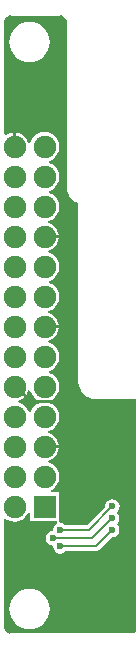
<source format=gtl>
G04*
G04 #@! TF.GenerationSoftware,Altium Limited,Altium Designer,20.2.7 (254)*
G04*
G04 Layer_Physical_Order=1*
G04 Layer_Color=255*
%FSLAX44Y44*%
%MOMM*%
G71*
G04*
G04 #@! TF.SameCoordinates,A9EDBE35-11DE-427E-9D3E-92A449E16AAC*
G04*
G04*
G04 #@! TF.FilePolarity,Positive*
G04*
G01*
G75*
%ADD10C,0.1500*%
%ADD18C,0.2500*%
%ADD19C,1.9000*%
%ADD20R,1.9000X1.9000*%
%ADD21C,0.6000*%
G36*
X25522Y208937D02*
X26781Y205896D01*
X28785Y203285D01*
X31396Y201281D01*
X33737Y200312D01*
Y198688D01*
X31396Y197719D01*
X28785Y195715D01*
X26781Y193104D01*
X25812Y190763D01*
X24188D01*
X23219Y193104D01*
X21215Y195715D01*
X18604Y197719D01*
X15563Y198978D01*
X15443Y200470D01*
X18372Y201683D01*
X20887Y203613D01*
X22817Y206128D01*
X24030Y209057D01*
X25522Y208937D01*
D02*
G37*
G36*
X8634Y526703D02*
X10000Y526431D01*
X50000D01*
X51366Y526703D01*
X51484Y526782D01*
X52025Y526675D01*
X53288Y526151D01*
X54425Y525392D01*
X55392Y524425D01*
X56151Y523288D01*
X56675Y522025D01*
X56782Y521484D01*
X56703Y521366D01*
X56431Y520000D01*
Y380000D01*
X56703Y378634D01*
X57135Y377988D01*
X57431Y376500D01*
X57546Y376222D01*
X57605Y375927D01*
X58355Y374116D01*
X58522Y373865D01*
X58638Y373587D01*
X59727Y371957D01*
X59940Y371744D01*
X60107Y371493D01*
X61493Y370107D01*
X61744Y369940D01*
X61957Y369727D01*
X63587Y368638D01*
X63865Y368522D01*
X64116Y368355D01*
X65927Y367605D01*
X66222Y367546D01*
X66431Y367459D01*
Y215000D01*
X66703Y213634D01*
X67135Y212988D01*
X67431Y211500D01*
X67546Y211222D01*
X67605Y210927D01*
X68355Y209116D01*
X68522Y208865D01*
X68638Y208587D01*
X69727Y206957D01*
X69940Y206744D01*
X70107Y206493D01*
X71493Y205107D01*
X71744Y204940D01*
X71957Y204727D01*
X73587Y203638D01*
X73865Y203522D01*
X74116Y203355D01*
X75927Y202605D01*
X76222Y202546D01*
X76500Y202431D01*
X77988Y202135D01*
X78634Y201703D01*
X80000Y201431D01*
X115000D01*
X115000Y5069D01*
X113500Y3569D01*
X10000D01*
X8634Y3297D01*
X8516Y3218D01*
X7975Y3325D01*
X6712Y3849D01*
X5575Y4608D01*
X4608Y5575D01*
X3849Y6712D01*
X3325Y7975D01*
X3218Y8516D01*
X3297Y8634D01*
X3569Y10000D01*
Y99848D01*
X4914Y100512D01*
X5996Y99681D01*
X9037Y98422D01*
X12300Y97992D01*
X15563Y98422D01*
X18604Y99681D01*
X21215Y101685D01*
X23219Y104296D01*
X23700Y105458D01*
X25200Y105160D01*
Y98100D01*
X47975D01*
X48600Y96711D01*
X48581Y96600D01*
X46674Y95326D01*
X45348Y93341D01*
X44882Y91000D01*
X45048Y90166D01*
X45000Y90118D01*
X42659Y89652D01*
X40674Y88326D01*
X39348Y86341D01*
X38883Y84000D01*
X39348Y81659D01*
X40674Y79674D01*
X42659Y78348D01*
X43585Y78164D01*
X44882Y77000D01*
X45348Y74659D01*
X46674Y72674D01*
X48659Y71348D01*
X51000Y70883D01*
X53341Y71348D01*
X55326Y72674D01*
X55661Y73177D01*
X81000D01*
X82463Y73468D01*
X83704Y74296D01*
X94408Y85000D01*
X95000Y84882D01*
X97341Y85348D01*
X99326Y86674D01*
X100652Y88659D01*
X101117Y91000D01*
X100652Y93341D01*
X99536Y95011D01*
X99411Y96000D01*
X99536Y96989D01*
X100652Y98659D01*
X101117Y101000D01*
X100652Y103341D01*
X99326Y105326D01*
X99617Y106935D01*
X100753Y108636D01*
X101219Y110977D01*
X100753Y113318D01*
X99427Y115302D01*
X97443Y116629D01*
X95102Y117094D01*
X92760Y116629D01*
X90776Y115302D01*
X89450Y113318D01*
X88984Y110977D01*
X89081Y110488D01*
X73416Y94823D01*
X55661D01*
X55326Y95326D01*
X53341Y96652D01*
X51271Y97064D01*
X50721Y97596D01*
X50200Y98488D01*
Y123100D01*
X43140D01*
X42842Y124600D01*
X44004Y125081D01*
X46615Y127085D01*
X48619Y129696D01*
X49878Y132737D01*
X50308Y136000D01*
X49878Y139263D01*
X48619Y142304D01*
X46615Y144915D01*
X44004Y146919D01*
X40963Y148178D01*
X40843Y149670D01*
X43772Y150883D01*
X46287Y152813D01*
X48217Y155328D01*
X49430Y158257D01*
X49677Y160130D01*
X37700D01*
Y162670D01*
X49677D01*
X49430Y164543D01*
X48217Y167472D01*
X46287Y169987D01*
X43772Y171917D01*
X40843Y173130D01*
X40963Y174622D01*
X44004Y175881D01*
X46615Y177885D01*
X48619Y180496D01*
X49878Y183537D01*
X50308Y186800D01*
X49878Y190063D01*
X48619Y193104D01*
X46615Y195715D01*
X44004Y197719D01*
X41663Y198688D01*
Y200312D01*
X44004Y201281D01*
X46615Y203285D01*
X48619Y205896D01*
X49878Y208937D01*
X50308Y212200D01*
X49878Y215463D01*
X48619Y218504D01*
X46615Y221115D01*
X44004Y223119D01*
X41663Y224088D01*
Y225712D01*
X44004Y226681D01*
X46615Y228685D01*
X48619Y231296D01*
X49878Y234337D01*
X50308Y237600D01*
X49878Y240863D01*
X48619Y243904D01*
X46615Y246515D01*
X44004Y248519D01*
X40963Y249778D01*
X40843Y251270D01*
X43772Y252483D01*
X46287Y254413D01*
X48217Y256928D01*
X49430Y259857D01*
X49677Y261730D01*
X37700D01*
Y264270D01*
X49677D01*
X49430Y266143D01*
X48217Y269072D01*
X46287Y271587D01*
X43772Y273517D01*
X40843Y274730D01*
X40963Y276222D01*
X44004Y277481D01*
X46615Y279485D01*
X48619Y282096D01*
X49878Y285137D01*
X50308Y288400D01*
X49878Y291663D01*
X48619Y294704D01*
X46615Y297315D01*
X44004Y299319D01*
X41663Y300288D01*
Y301912D01*
X44004Y302881D01*
X46615Y304885D01*
X48619Y307496D01*
X49878Y310537D01*
X50308Y313800D01*
X49878Y317063D01*
X48619Y320104D01*
X46615Y322715D01*
X44004Y324719D01*
X40963Y325978D01*
X40843Y327470D01*
X43772Y328683D01*
X46287Y330613D01*
X48217Y333128D01*
X49430Y336057D01*
X49677Y337930D01*
X37700D01*
Y340470D01*
X49677D01*
X49430Y342343D01*
X48217Y345272D01*
X46287Y347787D01*
X43772Y349717D01*
X40843Y350930D01*
X40963Y352422D01*
X44004Y353681D01*
X46615Y355685D01*
X48619Y358296D01*
X49878Y361337D01*
X50308Y364600D01*
X49878Y367863D01*
X48619Y370904D01*
X46615Y373515D01*
X44004Y375519D01*
X41663Y376488D01*
Y378112D01*
X44004Y379081D01*
X46615Y381085D01*
X48619Y383696D01*
X49878Y386737D01*
X50308Y390000D01*
X49878Y393263D01*
X48619Y396304D01*
X46615Y398915D01*
X44004Y400919D01*
X41663Y401888D01*
Y403512D01*
X44004Y404481D01*
X46615Y406485D01*
X48619Y409096D01*
X49878Y412137D01*
X50308Y415400D01*
X49878Y418663D01*
X48619Y421704D01*
X46615Y424315D01*
X44004Y426319D01*
X40963Y427578D01*
X37700Y428008D01*
X34437Y427578D01*
X31396Y426319D01*
X28785Y424315D01*
X26781Y421704D01*
X25522Y418663D01*
X24030Y418543D01*
X22817Y421472D01*
X20887Y423987D01*
X18372Y425917D01*
X15443Y427130D01*
X13570Y427377D01*
Y415400D01*
X11030D01*
Y427377D01*
X9157Y427130D01*
X6228Y425917D01*
X5069Y425027D01*
X3569Y425767D01*
Y520000D01*
X3297Y521366D01*
X3218Y521484D01*
X3325Y522025D01*
X3849Y523288D01*
X4608Y524425D01*
X5575Y525392D01*
X6712Y526151D01*
X7975Y526675D01*
X8516Y526782D01*
X8634Y526703D01*
D02*
G37*
%LPC*%
G36*
X25000Y521082D02*
X21667Y520754D01*
X18463Y519782D01*
X15510Y518203D01*
X12921Y516079D01*
X10797Y513490D01*
X9218Y510537D01*
X8246Y507333D01*
X7918Y504000D01*
X8246Y500667D01*
X9218Y497463D01*
X10797Y494510D01*
X12921Y491921D01*
X15510Y489797D01*
X18463Y488218D01*
X21667Y487246D01*
X25000Y486918D01*
X28333Y487246D01*
X31537Y488218D01*
X34490Y489797D01*
X37079Y491921D01*
X39203Y494510D01*
X40782Y497463D01*
X41754Y500667D01*
X42082Y504000D01*
X41754Y507333D01*
X40782Y510537D01*
X39203Y513490D01*
X37079Y516079D01*
X34490Y518203D01*
X31537Y519782D01*
X28333Y520754D01*
X25000Y521082D01*
D02*
G37*
G36*
Y41082D02*
X21667Y40754D01*
X18463Y39782D01*
X15510Y38203D01*
X12921Y36079D01*
X10797Y33490D01*
X9218Y30537D01*
X8246Y27333D01*
X7918Y24000D01*
X8246Y20667D01*
X9218Y17463D01*
X10797Y14510D01*
X12921Y11921D01*
X15510Y9797D01*
X18463Y8218D01*
X21667Y7246D01*
X25000Y6918D01*
X28333Y7246D01*
X31537Y8218D01*
X34490Y9797D01*
X37079Y11921D01*
X39203Y14510D01*
X40782Y17463D01*
X41754Y20667D01*
X42082Y24000D01*
X41754Y27333D01*
X40782Y30537D01*
X39203Y33490D01*
X37079Y36079D01*
X34490Y38203D01*
X31537Y39782D01*
X28333Y40754D01*
X25000Y41082D01*
D02*
G37*
%LPD*%
D10*
X81000Y77000D02*
X95000Y91000D01*
X51000Y77000D02*
X81000D01*
X45200Y83686D02*
X77685D01*
X51000Y91000D02*
X75000D01*
X94977Y110977D01*
X95102D01*
X77685Y83686D02*
X95000Y101000D01*
D18*
X26000Y200000D02*
X32576D01*
X32626Y199950D01*
X42774D01*
X42824Y200000D01*
X48000D01*
X12300Y212200D02*
X13800D01*
X26000Y200000D01*
D19*
X12300Y390000D02*
D03*
X37700D02*
D03*
Y364600D02*
D03*
X12300D02*
D03*
Y186800D02*
D03*
X37700D02*
D03*
X12300Y161400D02*
D03*
X37700D02*
D03*
X12300Y136000D02*
D03*
X37700D02*
D03*
X12300Y110600D02*
D03*
X37700Y212200D02*
D03*
X12300D02*
D03*
X37700Y237600D02*
D03*
X12300D02*
D03*
X37700Y263000D02*
D03*
X12300D02*
D03*
X37700Y288400D02*
D03*
X12300D02*
D03*
Y313800D02*
D03*
X37700D02*
D03*
Y339200D02*
D03*
X12300D02*
D03*
X37700Y415400D02*
D03*
X12300D02*
D03*
D20*
X37700Y110600D02*
D03*
D21*
X109500Y159000D02*
D03*
X95102Y110977D02*
D03*
X95000Y91000D02*
D03*
Y101000D02*
D03*
X80000Y159000D02*
D03*
X51000Y91000D02*
D03*
Y77000D02*
D03*
X45000Y84000D02*
D03*
M02*

</source>
